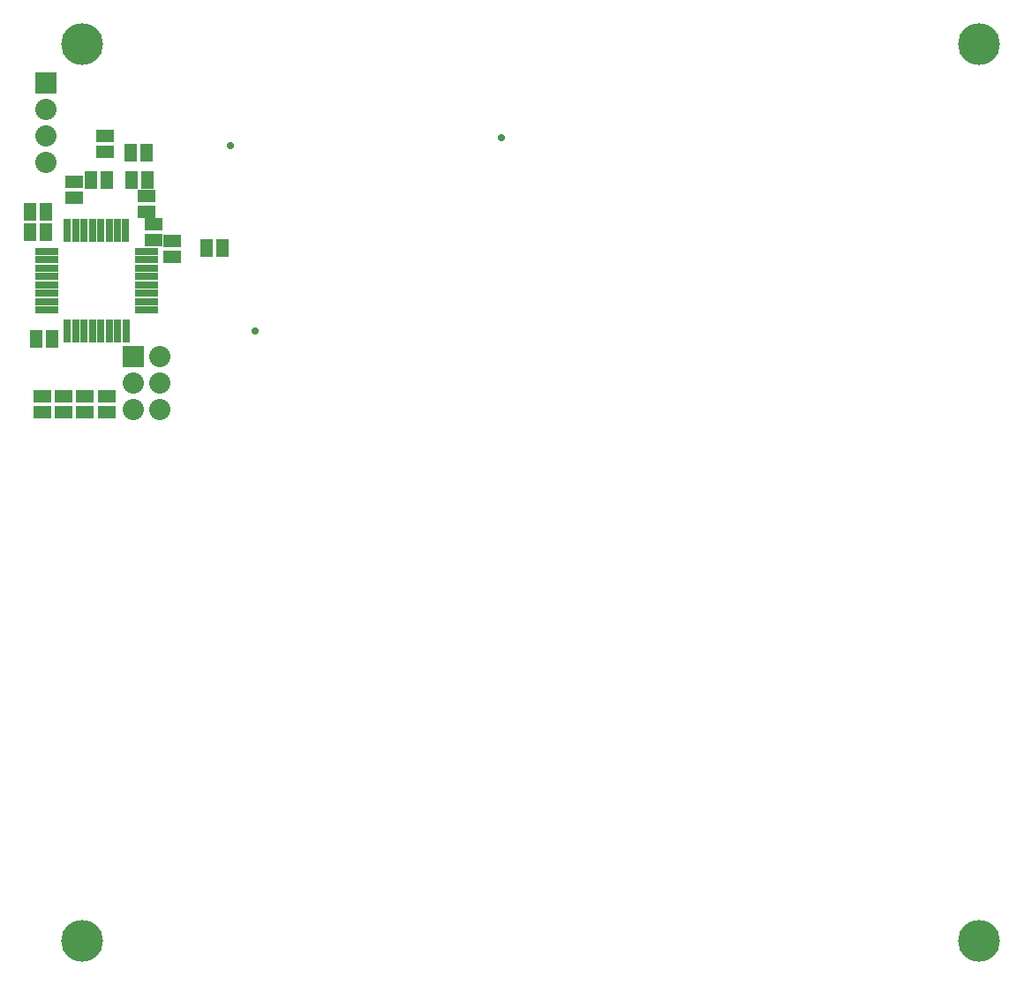
<source format=gts>
G04 (created by PCBNEW-RS274X (2012-apr-16-27)-stable) date Tue 03 Dec 2013 05:46:23 PM CET*
G01*
G70*
G90*
%MOIN*%
G04 Gerber Fmt 3.4, Leading zero omitted, Abs format*
%FSLAX34Y34*%
G04 APERTURE LIST*
%ADD10C,0.006000*%
%ADD11R,0.086700X0.025700*%
%ADD12R,0.025700X0.086700*%
%ADD13R,0.080000X0.080000*%
%ADD14C,0.080000*%
%ADD15C,0.028000*%
%ADD16C,0.157800*%
%ADD17R,0.045000X0.065000*%
%ADD18R,0.065000X0.045000*%
G04 APERTURE END LIST*
G54D10*
G54D11*
X01416Y-12793D03*
X01416Y-12478D03*
X01416Y-12163D03*
X01416Y-11848D03*
X01416Y-11533D03*
X01416Y-11218D03*
X01416Y-10903D03*
X01416Y-10588D03*
X05182Y-10590D03*
X05182Y-12800D03*
X05182Y-12480D03*
X05182Y-12160D03*
X05182Y-11850D03*
X05182Y-11530D03*
X05182Y-11220D03*
X05182Y-10900D03*
G54D12*
X02200Y-09800D03*
X02514Y-09800D03*
X02830Y-09800D03*
X03144Y-09800D03*
X03460Y-09800D03*
X03774Y-09800D03*
X04090Y-09800D03*
X04404Y-09800D03*
X02202Y-13580D03*
X02512Y-13580D03*
X02832Y-13580D03*
X03142Y-13580D03*
X03452Y-13580D03*
X03772Y-13580D03*
X04092Y-13580D03*
X04412Y-13580D03*
G54D13*
X04700Y-14550D03*
G54D14*
X05700Y-14550D03*
X04700Y-15550D03*
X05700Y-15550D03*
X04700Y-16550D03*
X05700Y-16550D03*
G54D13*
X01400Y-04225D03*
G54D14*
X01400Y-05225D03*
X01400Y-06225D03*
X01400Y-07225D03*
G54D15*
X08363Y-06596D03*
X09283Y-13581D03*
X18582Y-06296D03*
G54D16*
X02756Y-02756D03*
X02756Y-36614D03*
X36614Y-02756D03*
X36614Y-36614D03*
G54D17*
X08050Y-10450D03*
X07450Y-10450D03*
G54D18*
X03615Y-06223D03*
X03615Y-06823D03*
X03672Y-16652D03*
X03672Y-16052D03*
X02851Y-16663D03*
X02851Y-16063D03*
X02059Y-16664D03*
X02059Y-16064D03*
X01267Y-16650D03*
X01267Y-16050D03*
X02440Y-07955D03*
X02440Y-08555D03*
X05200Y-08500D03*
X05200Y-09100D03*
X05440Y-10170D03*
X05440Y-09570D03*
G54D17*
X01610Y-13875D03*
X01010Y-13875D03*
X05200Y-06850D03*
X04600Y-06850D03*
X00800Y-09850D03*
X01400Y-09850D03*
X00800Y-09100D03*
X01400Y-09100D03*
G54D18*
X06155Y-10780D03*
X06155Y-10180D03*
G54D17*
X03687Y-07889D03*
X03087Y-07889D03*
X04614Y-07889D03*
X05214Y-07889D03*
M02*

</source>
